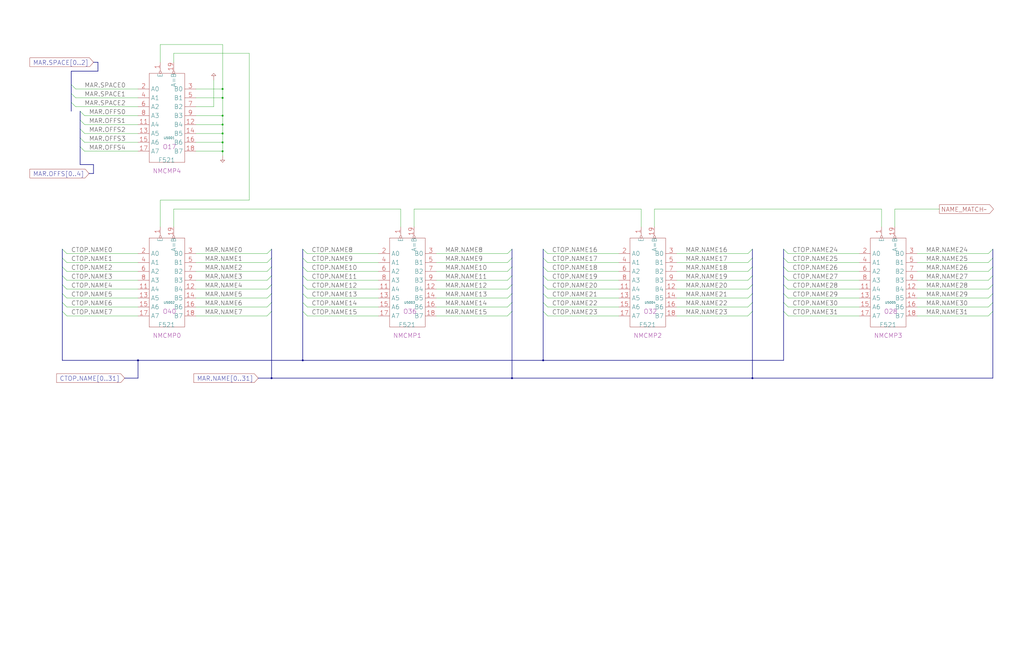
<source format=kicad_sch>
(kicad_sch (version 20220126) (generator eeschema)
  (paper "User" 584.2 378.46)
  (title_block (title "CSA NAME COMPARE") (date "20-MAR-90") (rev "1.0") (comment 1 "FIU") (comment 2 "232-003065") (comment 3 "S400") (comment 4 "RELEASED"))
  (lib_symbols
    (symbol "r1000:F521" (pin_names (offset 1.016))
      (property "Reference" "U" (at 2.54 5.08 0))
      (property "Value" "F521" (at -3.81 -7.62 0))
      (property "Location" "___" (at -1.27 0 0))
      (property "Name" "______" (at 1.27 -15.24 0))
      (symbol "F521_1_1"
        (rectangle (start -8.89 41.91) (end 11.43 -8.89))
        (circle (center -2.54 42.545) (radius 0.635))
        (circle (center 5.08 42.545) (radius 0.635))
        (pin input line (at -2.54 48.26 270) (length 5.08) (name "E") (number "1"))
        (pin input line (at -15.24 12.7 0) (length 6.35) (name "A4") (number "11"))
        (pin input line (at 17.78 12.7 180) (length 6.35) (name "B4") (number "12"))
        (pin input line (at -15.24 7.62 0) (length 6.35) (name "A5") (number "13"))
        (pin input line (at 17.78 7.62 180) (length 6.35) (name "B5") (number "14"))
        (pin input line (at -15.24 2.54 0) (length 6.35) (name "A6") (number "15"))
        (pin input line (at 17.78 2.54 180) (length 6.35) (name "B6") (number "16"))
        (pin input line (at -15.24 -2.54 0) (length 6.35) (name "A7") (number "17"))
        (pin input line (at 17.78 -2.54 180) (length 6.35) (name "B7") (number "18"))
        (pin output line (at 5.08 48.26 270) (length 5.08) (name "A=B") (number "19"))
        (pin input line (at -15.24 33.02 0) (length 6.35) (name "A0") (number "2"))
        (pin input line (at 17.78 33.02 180) (length 6.35) (name "B0") (number "3"))
        (pin input line (at -15.24 27.94 0) (length 6.35) (name "A1") (number "4"))
        (pin input line (at 17.78 27.94 180) (length 6.35) (name "B1") (number "5"))
        (pin input line (at -15.24 22.86 0) (length 6.35) (name "A2") (number "6"))
        (pin input line (at 17.78 22.86 180) (length 6.35) (name "B2") (number "7"))
        (pin input line (at -15.24 17.78 0) (length 6.35) (name "A3") (number "8"))
        (pin input line (at 17.78 17.78 180) (length 6.35) (name "B3") (number "9"))
      )
    )
    (symbol "r1000:PD" (power) (pin_numbers hide) (pin_names hide) (in_bom no)
      (symbol "PD_0_1"
        (polyline (pts (xy 0 -2.54) (xy 1.27 -2.54) (xy 0 -3.81) (xy -1.27 -2.54) (xy 0 -2.54)) (stroke (width 0.1524)))
      )
      (symbol "PD_1_1"
        (pin power_in line (at 0 0 270) (length 2.54) (name "PD") (number "1"))
      )
    )
    (symbol "r1000:PU" (power) (pin_numbers hide) (pin_names hide)
      (symbol "PU_0_1"
        (polyline (pts (xy 0 2.54) (xy -1.27 2.54) (xy 0 3.81) (xy 1.27 2.54) (xy 0 2.54)) (stroke (width 0.1524)))
      )
      (symbol "PU_1_1"
        (pin power_in line (at 0 0 90) (length 2.54) (name "PU") (number "1"))
      )
    )
  )
  (bus (pts (xy 147.32 215.9) (xy 154.94 215.9)))
  (bus (pts (xy 154.94 142.24) (xy 154.94 147.32)))
  (bus (pts (xy 154.94 147.32) (xy 154.94 152.4)))
  (bus (pts (xy 154.94 152.4) (xy 154.94 157.48)))
  (bus (pts (xy 154.94 157.48) (xy 154.94 162.56)))
  (bus (pts (xy 154.94 162.56) (xy 154.94 167.64)))
  (bus (pts (xy 154.94 167.64) (xy 154.94 172.72)))
  (bus (pts (xy 154.94 172.72) (xy 154.94 177.8)))
  (bus (pts (xy 154.94 177.8) (xy 154.94 215.9)))
  (bus (pts (xy 154.94 215.9) (xy 292.1 215.9)))
  (bus (pts (xy 172.72 142.24) (xy 172.72 147.32)))
  (bus (pts (xy 172.72 147.32) (xy 172.72 152.4)))
  (bus (pts (xy 172.72 152.4) (xy 172.72 157.48)))
  (bus (pts (xy 172.72 157.48) (xy 172.72 162.56)))
  (bus (pts (xy 172.72 162.56) (xy 172.72 167.64)))
  (bus (pts (xy 172.72 167.64) (xy 172.72 172.72)))
  (bus (pts (xy 172.72 172.72) (xy 172.72 177.8)))
  (bus (pts (xy 172.72 177.8) (xy 172.72 205.74)))
  (bus (pts (xy 172.72 205.74) (xy 309.88 205.74)))
  (bus (pts (xy 292.1 142.24) (xy 292.1 147.32)))
  (bus (pts (xy 292.1 147.32) (xy 292.1 152.4)))
  (bus (pts (xy 292.1 152.4) (xy 292.1 157.48)))
  (bus (pts (xy 292.1 157.48) (xy 292.1 162.56)))
  (bus (pts (xy 292.1 162.56) (xy 292.1 167.64)))
  (bus (pts (xy 292.1 167.64) (xy 292.1 172.72)))
  (bus (pts (xy 292.1 172.72) (xy 292.1 177.8)))
  (bus (pts (xy 292.1 177.8) (xy 292.1 215.9)))
  (bus (pts (xy 292.1 215.9) (xy 429.26 215.9)))
  (bus (pts (xy 309.88 142.24) (xy 309.88 147.32)))
  (bus (pts (xy 309.88 147.32) (xy 309.88 152.4)))
  (bus (pts (xy 309.88 152.4) (xy 309.88 157.48)))
  (bus (pts (xy 309.88 157.48) (xy 309.88 162.56)))
  (bus (pts (xy 309.88 162.56) (xy 309.88 167.64)))
  (bus (pts (xy 309.88 167.64) (xy 309.88 172.72)))
  (bus (pts (xy 309.88 172.72) (xy 309.88 177.8)))
  (bus (pts (xy 309.88 177.8) (xy 309.88 205.74)))
  (bus (pts (xy 35.56 142.24) (xy 35.56 147.32)))
  (bus (pts (xy 35.56 147.32) (xy 35.56 152.4)))
  (bus (pts (xy 35.56 152.4) (xy 35.56 157.48)))
  (bus (pts (xy 35.56 157.48) (xy 35.56 162.56)))
  (bus (pts (xy 35.56 162.56) (xy 35.56 167.64)))
  (bus (pts (xy 35.56 167.64) (xy 35.56 172.72)))
  (bus (pts (xy 35.56 172.72) (xy 35.56 177.8)))
  (bus (pts (xy 35.56 177.8) (xy 35.56 205.74)))
  (bus (pts (xy 35.56 205.74) (xy 78.74 205.74)))
  (bus (pts (xy 40.64 40.64) (xy 40.64 48.26)))
  (bus (pts (xy 40.64 48.26) (xy 40.64 53.34)))
  (bus (pts (xy 40.64 53.34) (xy 40.64 58.42)))
  (bus (pts (xy 40.64 58.42) (xy 40.64 63.5)))
  (bus (pts (xy 429.26 142.24) (xy 429.26 147.32)))
  (bus (pts (xy 429.26 147.32) (xy 429.26 152.4)))
  (bus (pts (xy 429.26 152.4) (xy 429.26 157.48)))
  (bus (pts (xy 429.26 157.48) (xy 429.26 162.56)))
  (bus (pts (xy 429.26 162.56) (xy 429.26 167.64)))
  (bus (pts (xy 429.26 167.64) (xy 429.26 172.72)))
  (bus (pts (xy 429.26 172.72) (xy 429.26 177.8)))
  (bus (pts (xy 429.26 177.8) (xy 429.26 215.9)))
  (bus (pts (xy 429.26 215.9) (xy 566.42 215.9)))
  (bus (pts (xy 447.04 142.24) (xy 447.04 147.32)))
  (bus (pts (xy 447.04 147.32) (xy 447.04 152.4)))
  (bus (pts (xy 447.04 152.4) (xy 447.04 157.48)))
  (bus (pts (xy 447.04 157.48) (xy 447.04 162.56)))
  (bus (pts (xy 447.04 162.56) (xy 447.04 167.64)))
  (bus (pts (xy 447.04 167.64) (xy 447.04 172.72)))
  (bus (pts (xy 447.04 172.72) (xy 447.04 177.8)))
  (bus (pts (xy 447.04 177.8) (xy 447.04 205.74)))
  (bus (pts (xy 447.04 205.74) (xy 309.88 205.74)))
  (bus (pts (xy 45.72 63.5) (xy 45.72 68.58)))
  (bus (pts (xy 45.72 68.58) (xy 45.72 73.66)))
  (bus (pts (xy 45.72 73.66) (xy 45.72 78.74)))
  (bus (pts (xy 45.72 78.74) (xy 45.72 83.82)))
  (bus (pts (xy 45.72 83.82) (xy 45.72 93.98)))
  (bus (pts (xy 50.8 99.06) (xy 53.34 99.06)))
  (bus (pts (xy 53.34 35.56) (xy 55.88 35.56)))
  (bus (pts (xy 53.34 93.98) (xy 45.72 93.98)))
  (bus (pts (xy 53.34 99.06) (xy 53.34 93.98)))
  (bus (pts (xy 55.88 35.56) (xy 55.88 40.64)))
  (bus (pts (xy 55.88 40.64) (xy 40.64 40.64)))
  (bus (pts (xy 566.42 142.24) (xy 566.42 147.32)))
  (bus (pts (xy 566.42 147.32) (xy 566.42 152.4)))
  (bus (pts (xy 566.42 152.4) (xy 566.42 157.48)))
  (bus (pts (xy 566.42 157.48) (xy 566.42 162.56)))
  (bus (pts (xy 566.42 162.56) (xy 566.42 167.64)))
  (bus (pts (xy 566.42 167.64) (xy 566.42 172.72)))
  (bus (pts (xy 566.42 172.72) (xy 566.42 177.8)))
  (bus (pts (xy 566.42 177.8) (xy 566.42 215.9)))
  (bus (pts (xy 71.12 215.9) (xy 78.74 215.9)))
  (bus (pts (xy 78.74 205.74) (xy 172.72 205.74)))
  (bus (pts (xy 78.74 215.9) (xy 78.74 205.74)))
  (wire (pts (xy 111.76 50.8) (xy 127 50.8)))
  (wire (pts (xy 111.76 55.88) (xy 127 55.88)))
  (wire (pts (xy 111.76 60.96) (xy 121.92 60.96)))
  (wire (pts (xy 111.76 66.04) (xy 127 66.04)))
  (wire (pts (xy 111.76 71.12) (xy 127 71.12)))
  (wire (pts (xy 111.76 76.2) (xy 127 76.2)))
  (wire (pts (xy 111.76 81.28) (xy 127 81.28)))
  (wire (pts (xy 111.76 86.36) (xy 127 86.36)))
  (wire (pts (xy 121.92 60.96) (xy 121.92 45.72)))
  (wire (pts (xy 127 25.4) (xy 127 50.8)))
  (wire (pts (xy 127 50.8) (xy 127 55.88)))
  (wire (pts (xy 127 55.88) (xy 127 66.04)))
  (wire (pts (xy 127 66.04) (xy 127 71.12)))
  (wire (pts (xy 127 71.12) (xy 127 76.2)))
  (wire (pts (xy 127 76.2) (xy 127 81.28)))
  (wire (pts (xy 127 81.28) (xy 127 86.36)))
  (wire (pts (xy 127 86.36) (xy 127 88.9)))
  (wire (pts (xy 142.24 30.48) (xy 142.24 114.3)))
  (wire (pts (xy 152.4 144.78) (xy 111.76 144.78)))
  (wire (pts (xy 152.4 149.86) (xy 111.76 149.86)))
  (wire (pts (xy 152.4 154.94) (xy 111.76 154.94)))
  (wire (pts (xy 152.4 160.02) (xy 111.76 160.02)))
  (wire (pts (xy 152.4 165.1) (xy 111.76 165.1)))
  (wire (pts (xy 152.4 170.18) (xy 111.76 170.18)))
  (wire (pts (xy 152.4 175.26) (xy 111.76 175.26)))
  (wire (pts (xy 152.4 180.34) (xy 111.76 180.34)))
  (wire (pts (xy 175.26 144.78) (xy 215.9 144.78)))
  (wire (pts (xy 175.26 149.86) (xy 215.9 149.86)))
  (wire (pts (xy 175.26 154.94) (xy 215.9 154.94)))
  (wire (pts (xy 175.26 160.02) (xy 215.9 160.02)))
  (wire (pts (xy 175.26 165.1) (xy 215.9 165.1)))
  (wire (pts (xy 175.26 170.18) (xy 215.9 170.18)))
  (wire (pts (xy 175.26 175.26) (xy 215.9 175.26)))
  (wire (pts (xy 175.26 180.34) (xy 215.9 180.34)))
  (wire (pts (xy 228.6 119.38) (xy 228.6 129.54)))
  (wire (pts (xy 236.22 119.38) (xy 365.76 119.38)))
  (wire (pts (xy 236.22 129.54) (xy 236.22 119.38)))
  (wire (pts (xy 289.56 144.78) (xy 248.92 144.78)))
  (wire (pts (xy 289.56 149.86) (xy 248.92 149.86)))
  (wire (pts (xy 289.56 154.94) (xy 248.92 154.94)))
  (wire (pts (xy 289.56 160.02) (xy 248.92 160.02)))
  (wire (pts (xy 289.56 165.1) (xy 248.92 165.1)))
  (wire (pts (xy 289.56 170.18) (xy 248.92 170.18)))
  (wire (pts (xy 289.56 175.26) (xy 248.92 175.26)))
  (wire (pts (xy 289.56 180.34) (xy 248.92 180.34)))
  (wire (pts (xy 312.42 144.78) (xy 353.06 144.78)))
  (wire (pts (xy 312.42 149.86) (xy 353.06 149.86)))
  (wire (pts (xy 312.42 154.94) (xy 353.06 154.94)))
  (wire (pts (xy 312.42 160.02) (xy 353.06 160.02)))
  (wire (pts (xy 312.42 165.1) (xy 353.06 165.1)))
  (wire (pts (xy 312.42 170.18) (xy 353.06 170.18)))
  (wire (pts (xy 312.42 175.26) (xy 353.06 175.26)))
  (wire (pts (xy 312.42 180.34) (xy 353.06 180.34)))
  (wire (pts (xy 365.76 119.38) (xy 365.76 129.54)))
  (wire (pts (xy 373.38 119.38) (xy 502.92 119.38)))
  (wire (pts (xy 373.38 129.54) (xy 373.38 119.38)))
  (wire (pts (xy 38.1 144.78) (xy 78.74 144.78)))
  (wire (pts (xy 38.1 149.86) (xy 78.74 149.86)))
  (wire (pts (xy 38.1 154.94) (xy 78.74 154.94)))
  (wire (pts (xy 38.1 160.02) (xy 78.74 160.02)))
  (wire (pts (xy 38.1 165.1) (xy 78.74 165.1)))
  (wire (pts (xy 38.1 170.18) (xy 78.74 170.18)))
  (wire (pts (xy 38.1 175.26) (xy 78.74 175.26)))
  (wire (pts (xy 38.1 180.34) (xy 78.74 180.34)))
  (wire (pts (xy 426.72 144.78) (xy 386.08 144.78)))
  (wire (pts (xy 426.72 149.86) (xy 386.08 149.86)))
  (wire (pts (xy 426.72 154.94) (xy 386.08 154.94)))
  (wire (pts (xy 426.72 160.02) (xy 386.08 160.02)))
  (wire (pts (xy 426.72 165.1) (xy 386.08 165.1)))
  (wire (pts (xy 426.72 170.18) (xy 386.08 170.18)))
  (wire (pts (xy 426.72 175.26) (xy 386.08 175.26)))
  (wire (pts (xy 426.72 180.34) (xy 386.08 180.34)))
  (wire (pts (xy 43.18 50.8) (xy 78.74 50.8)))
  (wire (pts (xy 43.18 55.88) (xy 78.74 55.88)))
  (wire (pts (xy 43.18 60.96) (xy 78.74 60.96)))
  (wire (pts (xy 449.58 144.78) (xy 490.22 144.78)))
  (wire (pts (xy 449.58 149.86) (xy 490.22 149.86)))
  (wire (pts (xy 449.58 154.94) (xy 490.22 154.94)))
  (wire (pts (xy 449.58 160.02) (xy 490.22 160.02)))
  (wire (pts (xy 449.58 165.1) (xy 490.22 165.1)))
  (wire (pts (xy 449.58 170.18) (xy 490.22 170.18)))
  (wire (pts (xy 449.58 175.26) (xy 490.22 175.26)))
  (wire (pts (xy 449.58 180.34) (xy 490.22 180.34)))
  (wire (pts (xy 48.26 66.04) (xy 78.74 66.04)))
  (wire (pts (xy 48.26 71.12) (xy 78.74 71.12)))
  (wire (pts (xy 48.26 76.2) (xy 78.74 76.2)))
  (wire (pts (xy 48.26 81.28) (xy 78.74 81.28)))
  (wire (pts (xy 48.26 86.36) (xy 78.74 86.36)))
  (wire (pts (xy 502.92 119.38) (xy 502.92 129.54)))
  (wire (pts (xy 510.54 119.38) (xy 535.94 119.38)))
  (wire (pts (xy 510.54 129.54) (xy 510.54 119.38)))
  (wire (pts (xy 563.88 144.78) (xy 523.24 144.78)))
  (wire (pts (xy 563.88 149.86) (xy 523.24 149.86)))
  (wire (pts (xy 563.88 154.94) (xy 523.24 154.94)))
  (wire (pts (xy 563.88 160.02) (xy 523.24 160.02)))
  (wire (pts (xy 563.88 165.1) (xy 523.24 165.1)))
  (wire (pts (xy 563.88 170.18) (xy 523.24 170.18)))
  (wire (pts (xy 563.88 175.26) (xy 523.24 175.26)))
  (wire (pts (xy 563.88 180.34) (xy 523.24 180.34)))
  (wire (pts (xy 91.44 114.3) (xy 142.24 114.3)))
  (wire (pts (xy 91.44 114.3) (xy 91.44 129.54)))
  (wire (pts (xy 91.44 25.4) (xy 127 25.4)))
  (wire (pts (xy 91.44 35.56) (xy 91.44 25.4)))
  (wire (pts (xy 99.06 119.38) (xy 228.6 119.38)))
  (wire (pts (xy 99.06 129.54) (xy 99.06 119.38)))
  (wire (pts (xy 99.06 30.48) (xy 142.24 30.48)))
  (wire (pts (xy 99.06 35.56) (xy 99.06 30.48)))
  (bus_entry (at 35.56 142.24) (size 2.54 2.54))
  (bus_entry (at 35.56 147.32) (size 2.54 2.54))
  (bus_entry (at 35.56 152.4) (size 2.54 2.54))
  (bus_entry (at 35.56 157.48) (size 2.54 2.54))
  (bus_entry (at 35.56 162.56) (size 2.54 2.54))
  (bus_entry (at 35.56 167.64) (size 2.54 2.54))
  (bus_entry (at 35.56 172.72) (size 2.54 2.54))
  (bus_entry (at 35.56 177.8) (size 2.54 2.54))
  (bus_entry (at 40.64 48.26) (size 2.54 2.54))
  (bus_entry (at 40.64 53.34) (size 2.54 2.54))
  (bus_entry (at 40.64 58.42) (size 2.54 2.54))
  (label "CTOP.NAME0" (at 40.64 144.78 0) (effects (font (size 2.54 2.54))))
  (label "CTOP.NAME1" (at 40.64 149.86 0) (effects (font (size 2.54 2.54))))
  (label "CTOP.NAME2" (at 40.64 154.94 0) (effects (font (size 2.54 2.54))))
  (label "CTOP.NAME3" (at 40.64 160.02 0) (effects (font (size 2.54 2.54))))
  (label "CTOP.NAME4" (at 40.64 165.1 0) (effects (font (size 2.54 2.54))))
  (label "CTOP.NAME5" (at 40.64 170.18 0) (effects (font (size 2.54 2.54))))
  (label "CTOP.NAME6" (at 40.64 175.26 0) (effects (font (size 2.54 2.54))))
  (label "CTOP.NAME7" (at 40.64 180.34 0) (effects (font (size 2.54 2.54))))
  (bus_entry (at 45.72 63.5) (size 2.54 2.54))
  (bus_entry (at 45.72 68.58) (size 2.54 2.54))
  (bus_entry (at 45.72 73.66) (size 2.54 2.54))
  (bus_entry (at 45.72 78.74) (size 2.54 2.54))
  (bus_entry (at 45.72 83.82) (size 2.54 2.54))
  (label "MAR.SPACE0" (at 48.26 50.8 0) (effects (font (size 2.54 2.54))))
  (label "MAR.SPACE1" (at 48.26 55.88 0) (effects (font (size 2.54 2.54))))
  (label "MAR.SPACE2" (at 48.26 60.96 0) (effects (font (size 2.54 2.54))))
  (label "MAR.OFFS0" (at 50.8 66.04 0) (effects (font (size 2.54 2.54))))
  (label "MAR.OFFS1" (at 50.8 71.12 0) (effects (font (size 2.54 2.54))))
  (label "MAR.OFFS2" (at 50.8 76.2 0) (effects (font (size 2.54 2.54))))
  (label "MAR.OFFS3" (at 50.8 81.28 0) (effects (font (size 2.54 2.54))))
  (label "MAR.OFFS4" (at 50.8 86.36 0) (effects (font (size 2.54 2.54))))
  (global_label "MAR.OFFS[0..4]" (shape input) (at 50.8 99.06 180) (effects (font (size 2.54 2.54))) (property "Intersheet References" "${INTERSHEET_REFS}" (at 17.0664 98.9013 0) (effects (font (size 1.905 1.905)) (justify right))))
  (global_label "MAR.SPACE[0..2]" (shape input) (at 53.34 35.56 180) (effects (font (size 2.54 2.54))) (property "Intersheet References" "${INTERSHEET_REFS}" (at 17.0664 35.4013 0) (effects (font (size 1.905 1.905)) (justify right))))
  (global_label "CTOP.NAME[0..31]" (shape input) (at 71.12 215.9 180) (effects (font (size 2.54 2.54))) (property "Intersheet References" "${INTERSHEET_REFS}" (at 32.3064 215.7413 0) (effects (font (size 1.905 1.905)) (justify right))))
  (junction (at 78.74 205.74))
  (symbol (lib_id "r1000:F521") (at 93.98 83.82 0) (unit 1)
    (property "Reference" "U5001" (at 96.52 78.74 0))
    (property "Value" "F521" (at 90.17 91.44 0) (effects (font (size 2.54 2.54)) (justify left)))
    (property "Location" "O17" (at 92.71 83.82 0) (effects (font (size 2.54 2.54)) (justify left)))
    (property "Name" "NMCMP4" (at 95.25 99.06 0) (effects (font (size 2.54 2.54)) (justify bottom)))
  )
  (symbol (lib_id "r1000:F521") (at 93.98 177.8 0) (unit 1)
    (property "Reference" "U5002" (at 96.52 172.72 0))
    (property "Value" "F521" (at 90.17 185.42 0) (effects (font (size 2.54 2.54)) (justify left)))
    (property "Location" "O40" (at 92.71 177.8 0) (effects (font (size 2.54 2.54)) (justify left)))
    (property "Name" "NMCMP0" (at 95.25 193.04 0) (effects (font (size 2.54 2.54)) (justify bottom)))
  )
  (label "MAR.NAME0" (at 116.84 144.78 0) (effects (font (size 2.54 2.54))))
  (label "MAR.NAME1" (at 116.84 149.86 0) (effects (font (size 2.54 2.54))))
  (label "MAR.NAME2" (at 116.84 154.94 0) (effects (font (size 2.54 2.54))))
  (label "MAR.NAME3" (at 116.84 160.02 0) (effects (font (size 2.54 2.54))))
  (label "MAR.NAME4" (at 116.84 165.1 0) (effects (font (size 2.54 2.54))))
  (label "MAR.NAME5" (at 116.84 170.18 0) (effects (font (size 2.54 2.54))))
  (label "MAR.NAME6" (at 116.84 175.26 0) (effects (font (size 2.54 2.54))))
  (label "MAR.NAME7" (at 116.84 180.34 0) (effects (font (size 2.54 2.54))))
  (symbol (lib_id "r1000:PU") (at 121.92 45.72 0) (unit 1)
    (property "Reference" "#PWR05002" (effects hide))
    (property "Value" "PU" (effects hide))
  )
  (junction (at 127 50.8))
  (junction (at 127 55.88))
  (junction (at 127 66.04))
  (junction (at 127 71.12))
  (junction (at 127 76.2))
  (junction (at 127 81.28))
  (junction (at 127 86.36))
  (symbol (lib_id "r1000:PD") (at 127 88.9 0) (unit 1) (in_bom no)
    (property "Reference" "#PWR05001" (effects hide))
    (property "Value" "PD" (effects hide))
  )
  (global_label "MAR.NAME[0..31]" (shape input) (at 147.32 215.9 180) (effects (font (size 2.54 2.54))) (property "Intersheet References" "${INTERSHEET_REFS}" (at 110.5626 215.7413 0) (effects (font (size 1.905 1.905)) (justify right))))
  (bus_entry (at 154.94 142.24) (size -2.54 2.54))
  (bus_entry (at 154.94 147.32) (size -2.54 2.54))
  (bus_entry (at 154.94 152.4) (size -2.54 2.54))
  (bus_entry (at 154.94 157.48) (size -2.54 2.54))
  (bus_entry (at 154.94 162.56) (size -2.54 2.54))
  (bus_entry (at 154.94 167.64) (size -2.54 2.54))
  (bus_entry (at 154.94 172.72) (size -2.54 2.54))
  (bus_entry (at 154.94 177.8) (size -2.54 2.54))
  (junction (at 154.94 215.9))
  (bus_entry (at 172.72 142.24) (size 2.54 2.54))
  (bus_entry (at 172.72 147.32) (size 2.54 2.54))
  (bus_entry (at 172.72 152.4) (size 2.54 2.54))
  (bus_entry (at 172.72 157.48) (size 2.54 2.54))
  (bus_entry (at 172.72 162.56) (size 2.54 2.54))
  (bus_entry (at 172.72 167.64) (size 2.54 2.54))
  (bus_entry (at 172.72 172.72) (size 2.54 2.54))
  (bus_entry (at 172.72 177.8) (size 2.54 2.54))
  (junction (at 172.72 205.74))
  (label "CTOP.NAME8" (at 177.8 144.78 0) (effects (font (size 2.54 2.54))))
  (label "CTOP.NAME9" (at 177.8 149.86 0) (effects (font (size 2.54 2.54))))
  (label "CTOP.NAME10" (at 177.8 154.94 0) (effects (font (size 2.54 2.54))))
  (label "CTOP.NAME11" (at 177.8 160.02 0) (effects (font (size 2.54 2.54))))
  (label "CTOP.NAME12" (at 177.8 165.1 0) (effects (font (size 2.54 2.54))))
  (label "CTOP.NAME13" (at 177.8 170.18 0) (effects (font (size 2.54 2.54))))
  (label "CTOP.NAME14" (at 177.8 175.26 0) (effects (font (size 2.54 2.54))))
  (label "CTOP.NAME15" (at 177.8 180.34 0) (effects (font (size 2.54 2.54))))
  (symbol (lib_id "r1000:F521") (at 231.14 177.8 0) (unit 1)
    (property "Reference" "U5003" (at 233.68 172.72 0))
    (property "Value" "F521" (at 227.33 185.42 0) (effects (font (size 2.54 2.54)) (justify left)))
    (property "Location" "O36" (at 229.87 177.8 0) (effects (font (size 2.54 2.54)) (justify left)))
    (property "Name" "NMCMP1" (at 232.41 193.04 0) (effects (font (size 2.54 2.54)) (justify bottom)))
  )
  (label "MAR.NAME8" (at 254 144.78 0) (effects (font (size 2.54 2.54))))
  (label "MAR.NAME9" (at 254 149.86 0) (effects (font (size 2.54 2.54))))
  (label "MAR.NAME10" (at 254 154.94 0) (effects (font (size 2.54 2.54))))
  (label "MAR.NAME11" (at 254 160.02 0) (effects (font (size 2.54 2.54))))
  (label "MAR.NAME12" (at 254 165.1 0) (effects (font (size 2.54 2.54))))
  (label "MAR.NAME13" (at 254 170.18 0) (effects (font (size 2.54 2.54))))
  (label "MAR.NAME14" (at 254 175.26 0) (effects (font (size 2.54 2.54))))
  (label "MAR.NAME15" (at 254 180.34 0) (effects (font (size 2.54 2.54))))
  (bus_entry (at 292.1 142.24) (size -2.54 2.54))
  (bus_entry (at 292.1 147.32) (size -2.54 2.54))
  (bus_entry (at 292.1 152.4) (size -2.54 2.54))
  (bus_entry (at 292.1 157.48) (size -2.54 2.54))
  (bus_entry (at 292.1 162.56) (size -2.54 2.54))
  (bus_entry (at 292.1 167.64) (size -2.54 2.54))
  (bus_entry (at 292.1 172.72) (size -2.54 2.54))
  (bus_entry (at 292.1 177.8) (size -2.54 2.54))
  (junction (at 292.1 215.9))
  (bus_entry (at 309.88 142.24) (size 2.54 2.54))
  (bus_entry (at 309.88 147.32) (size 2.54 2.54))
  (bus_entry (at 309.88 152.4) (size 2.54 2.54))
  (bus_entry (at 309.88 157.48) (size 2.54 2.54))
  (bus_entry (at 309.88 162.56) (size 2.54 2.54))
  (bus_entry (at 309.88 167.64) (size 2.54 2.54))
  (bus_entry (at 309.88 172.72) (size 2.54 2.54))
  (bus_entry (at 309.88 177.8) (size 2.54 2.54))
  (junction (at 309.88 205.74))
  (label "CTOP.NAME16" (at 314.96 144.78 0) (effects (font (size 2.54 2.54))))
  (label "CTOP.NAME17" (at 314.96 149.86 0) (effects (font (size 2.54 2.54))))
  (label "CTOP.NAME18" (at 314.96 154.94 0) (effects (font (size 2.54 2.54))))
  (label "CTOP.NAME19" (at 314.96 160.02 0) (effects (font (size 2.54 2.54))))
  (label "CTOP.NAME20" (at 314.96 165.1 0) (effects (font (size 2.54 2.54))))
  (label "CTOP.NAME21" (at 314.96 170.18 0) (effects (font (size 2.54 2.54))))
  (label "CTOP.NAME22" (at 314.96 175.26 0) (effects (font (size 2.54 2.54))))
  (label "CTOP.NAME23" (at 314.96 180.34 0) (effects (font (size 2.54 2.54))))
  (symbol (lib_id "r1000:F521") (at 368.3 177.8 0) (unit 1)
    (property "Reference" "U5004" (at 370.84 172.72 0))
    (property "Value" "F521" (at 364.49 185.42 0) (effects (font (size 2.54 2.54)) (justify left)))
    (property "Location" "O32" (at 367.03 177.8 0) (effects (font (size 2.54 2.54)) (justify left)))
    (property "Name" "NMCMP2" (at 369.57 193.04 0) (effects (font (size 2.54 2.54)) (justify bottom)))
  )
  (label "MAR.NAME16" (at 391.16 144.78 0) (effects (font (size 2.54 2.54))))
  (label "MAR.NAME17" (at 391.16 149.86 0) (effects (font (size 2.54 2.54))))
  (label "MAR.NAME18" (at 391.16 154.94 0) (effects (font (size 2.54 2.54))))
  (label "MAR.NAME19" (at 391.16 160.02 0) (effects (font (size 2.54 2.54))))
  (label "MAR.NAME20" (at 391.16 165.1 0) (effects (font (size 2.54 2.54))))
  (label "MAR.NAME21" (at 391.16 170.18 0) (effects (font (size 2.54 2.54))))
  (label "MAR.NAME22" (at 391.16 175.26 0) (effects (font (size 2.54 2.54))))
  (label "MAR.NAME23" (at 391.16 180.34 0) (effects (font (size 2.54 2.54))))
  (bus_entry (at 429.26 142.24) (size -2.54 2.54))
  (bus_entry (at 429.26 147.32) (size -2.54 2.54))
  (bus_entry (at 429.26 152.4) (size -2.54 2.54))
  (bus_entry (at 429.26 157.48) (size -2.54 2.54))
  (bus_entry (at 429.26 162.56) (size -2.54 2.54))
  (bus_entry (at 429.26 167.64) (size -2.54 2.54))
  (bus_entry (at 429.26 172.72) (size -2.54 2.54))
  (bus_entry (at 429.26 177.8) (size -2.54 2.54))
  (junction (at 429.26 215.9))
  (bus_entry (at 447.04 142.24) (size 2.54 2.54))
  (bus_entry (at 447.04 147.32) (size 2.54 2.54))
  (bus_entry (at 447.04 152.4) (size 2.54 2.54))
  (bus_entry (at 447.04 157.48) (size 2.54 2.54))
  (bus_entry (at 447.04 162.56) (size 2.54 2.54))
  (bus_entry (at 447.04 167.64) (size 2.54 2.54))
  (bus_entry (at 447.04 172.72) (size 2.54 2.54))
  (bus_entry (at 447.04 177.8) (size 2.54 2.54))
  (label "CTOP.NAME24" (at 452.12 144.78 0) (effects (font (size 2.54 2.54))))
  (label "CTOP.NAME25" (at 452.12 149.86 0) (effects (font (size 2.54 2.54))))
  (label "CTOP.NAME26" (at 452.12 154.94 0) (effects (font (size 2.54 2.54))))
  (label "CTOP.NAME27" (at 452.12 160.02 0) (effects (font (size 2.54 2.54))))
  (label "CTOP.NAME28" (at 452.12 165.1 0) (effects (font (size 2.54 2.54))))
  (label "CTOP.NAME29" (at 452.12 170.18 0) (effects (font (size 2.54 2.54))))
  (label "CTOP.NAME30" (at 452.12 175.26 0) (effects (font (size 2.54 2.54))))
  (label "CTOP.NAME31" (at 452.12 180.34 0) (effects (font (size 2.54 2.54))))
  (symbol (lib_id "r1000:F521") (at 505.46 177.8 0) (unit 1)
    (property "Reference" "U5005" (at 508 172.72 0))
    (property "Value" "F521" (at 501.65 185.42 0) (effects (font (size 2.54 2.54)) (justify left)))
    (property "Location" "O28" (at 504.19 177.8 0) (effects (font (size 2.54 2.54)) (justify left)))
    (property "Name" "NMCMP3" (at 506.73 193.04 0) (effects (font (size 2.54 2.54)) (justify bottom)))
  )
  (label "MAR.NAME24" (at 528.32 144.78 0) (effects (font (size 2.54 2.54))))
  (label "MAR.NAME25" (at 528.32 149.86 0) (effects (font (size 2.54 2.54))))
  (label "MAR.NAME26" (at 528.32 154.94 0) (effects (font (size 2.54 2.54))))
  (label "MAR.NAME27" (at 528.32 160.02 0) (effects (font (size 2.54 2.54))))
  (label "MAR.NAME28" (at 528.32 165.1 0) (effects (font (size 2.54 2.54))))
  (label "MAR.NAME29" (at 528.32 170.18 0) (effects (font (size 2.54 2.54))))
  (label "MAR.NAME30" (at 528.32 175.26 0) (effects (font (size 2.54 2.54))))
  (label "MAR.NAME31" (at 528.32 180.34 0) (effects (font (size 2.54 2.54))))
  (global_label "NAME_MATCH~" (shape output) (at 535.94 119.38 0) (effects (font (size 2.54 2.54))) (property "Intersheet References" "${INTERSHEET_REFS}" (at 566.7708 119.2213 0) (effects (font (size 1.905 1.905)) (justify left))))
  (bus_entry (at 566.42 142.24) (size -2.54 2.54))
  (bus_entry (at 566.42 147.32) (size -2.54 2.54))
  (bus_entry (at 566.42 152.4) (size -2.54 2.54))
  (bus_entry (at 566.42 157.48) (size -2.54 2.54))
  (bus_entry (at 566.42 162.56) (size -2.54 2.54))
  (bus_entry (at 566.42 167.64) (size -2.54 2.54))
  (bus_entry (at 566.42 172.72) (size -2.54 2.54))
  (bus_entry (at 566.42 177.8) (size -2.54 2.54))
)
</source>
